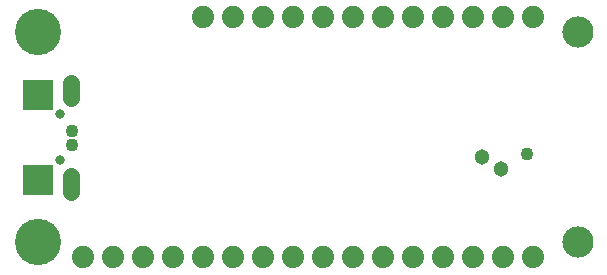
<source format=gbr>
G04 EAGLE Gerber RS-274X export*
G75*
%MOMM*%
%FSLAX34Y34*%
%LPD*%
%INSoldermask Bottom*%
%IPPOS*%
%AMOC8*
5,1,8,0,0,1.08239X$1,22.5*%
G01*
%ADD10C,2.641600*%
%ADD11C,3.911600*%
%ADD12C,1.879600*%
%ADD13C,0.801600*%
%ADD14R,2.514600X2.514600*%
%ADD15C,1.409600*%
%ADD16C,1.101600*%
%ADD17C,1.301600*%


D10*
X482600Y203200D03*
X482600Y25400D03*
D11*
X25400Y203200D03*
X25400Y25400D03*
D12*
X165100Y215900D03*
X190500Y215900D03*
X215900Y215900D03*
X241300Y215900D03*
X266700Y215900D03*
X292100Y215900D03*
X317500Y215900D03*
X342900Y215900D03*
X368300Y215900D03*
X393700Y215900D03*
X419100Y215900D03*
X444500Y215900D03*
X165100Y12700D03*
X190500Y12700D03*
X215900Y12700D03*
X241300Y12700D03*
X266700Y12700D03*
X292100Y12700D03*
X317500Y12700D03*
X342900Y12700D03*
X368300Y12700D03*
X393700Y12700D03*
X419100Y12700D03*
X444500Y12700D03*
X139700Y12700D03*
X114300Y12700D03*
X88900Y12700D03*
X63500Y12700D03*
D13*
X44450Y133800D03*
X44450Y94800D03*
D14*
X25450Y78300D03*
X25450Y150300D03*
D15*
X53450Y147300D02*
X53450Y160380D01*
X53450Y81300D02*
X53450Y68220D01*
D16*
X440055Y100330D03*
D17*
X418084Y87122D03*
X401955Y97790D03*
D16*
X54610Y107950D03*
X54610Y120015D03*
M02*

</source>
